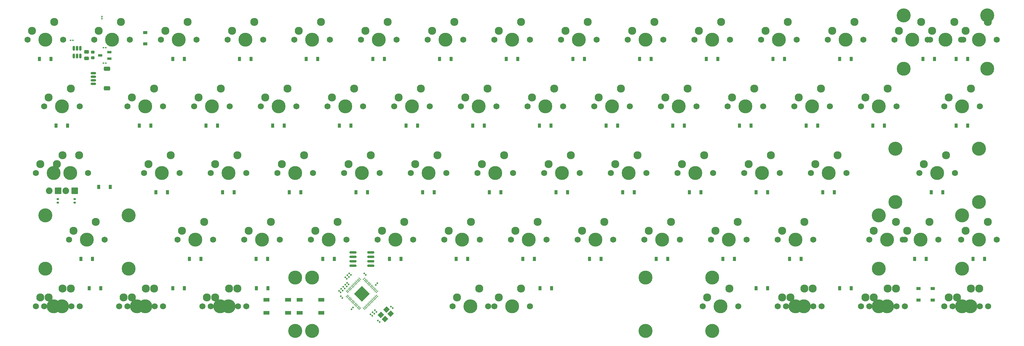
<source format=gbr>
%TF.GenerationSoftware,KiCad,Pcbnew,7.0.1*%
%TF.CreationDate,2023-03-31T22:15:08-04:00*%
%TF.ProjectId,PCB,5043422e-6b69-4636-9164-5f7063625858,rev?*%
%TF.SameCoordinates,Original*%
%TF.FileFunction,Soldermask,Bot*%
%TF.FilePolarity,Negative*%
%FSLAX46Y46*%
G04 Gerber Fmt 4.6, Leading zero omitted, Abs format (unit mm)*
G04 Created by KiCad (PCBNEW 7.0.1) date 2023-03-31 22:15:08*
%MOMM*%
%LPD*%
G01*
G04 APERTURE LIST*
G04 Aperture macros list*
%AMRoundRect*
0 Rectangle with rounded corners*
0 $1 Rounding radius*
0 $2 $3 $4 $5 $6 $7 $8 $9 X,Y pos of 4 corners*
0 Add a 4 corners polygon primitive as box body*
4,1,4,$2,$3,$4,$5,$6,$7,$8,$9,$2,$3,0*
0 Add four circle primitives for the rounded corners*
1,1,$1+$1,$2,$3*
1,1,$1+$1,$4,$5*
1,1,$1+$1,$6,$7*
1,1,$1+$1,$8,$9*
0 Add four rect primitives between the rounded corners*
20,1,$1+$1,$2,$3,$4,$5,0*
20,1,$1+$1,$4,$5,$6,$7,0*
20,1,$1+$1,$6,$7,$8,$9,0*
20,1,$1+$1,$8,$9,$2,$3,0*%
%AMRotRect*
0 Rectangle, with rotation*
0 The origin of the aperture is its center*
0 $1 length*
0 $2 width*
0 $3 Rotation angle, in degrees counterclockwise*
0 Add horizontal line*
21,1,$1,$2,0,0,$3*%
G04 Aperture macros list end*
%ADD10RoundRect,0.243750X-0.456250X0.243750X-0.456250X-0.243750X0.456250X-0.243750X0.456250X0.243750X0*%
%ADD11C,1.750000*%
%ADD12C,3.987800*%
%ADD13C,2.300000*%
%ADD14RoundRect,0.285750X-0.666750X-0.666750X0.666750X-0.666750X0.666750X0.666750X-0.666750X0.666750X0*%
%ADD15C,1.905000*%
%ADD16C,4.000000*%
%ADD17RoundRect,0.050000X0.238649X0.309359X-0.309359X-0.238649X-0.238649X-0.309359X0.309359X0.238649X0*%
%ADD18RoundRect,0.050000X-0.238649X0.309359X-0.309359X0.238649X0.238649X-0.309359X0.309359X-0.238649X0*%
%ADD19RotRect,3.200000X3.200000X225.000000*%
%ADD20RoundRect,0.100000X0.162635X-0.021213X-0.021213X0.162635X-0.162635X0.021213X0.021213X-0.162635X0*%
%ADD21R,0.900000X1.200000*%
%ADD22R,1.200000X0.900000*%
%ADD23RoundRect,0.150000X0.150000X-0.512500X0.150000X0.512500X-0.150000X0.512500X-0.150000X-0.512500X0*%
%ADD24RoundRect,0.150000X-0.625000X0.150000X-0.625000X-0.150000X0.625000X-0.150000X0.625000X0.150000X0*%
%ADD25RoundRect,0.250000X-0.650000X0.350000X-0.650000X-0.350000X0.650000X-0.350000X0.650000X0.350000X0*%
%ADD26RoundRect,0.100000X0.021213X0.162635X-0.162635X-0.021213X-0.021213X-0.162635X0.162635X0.021213X0*%
%ADD27R,1.800000X1.100000*%
%ADD28RoundRect,0.100000X-0.100000X0.130000X-0.100000X-0.130000X0.100000X-0.130000X0.100000X0.130000X0*%
%ADD29RoundRect,0.100000X-0.130000X-0.100000X0.130000X-0.100000X0.130000X0.100000X-0.130000X0.100000X0*%
%ADD30RotRect,1.400000X1.200000X45.000000*%
%ADD31RoundRect,0.135000X-0.185000X0.135000X-0.185000X-0.135000X0.185000X-0.135000X0.185000X0.135000X0*%
%ADD32R,1.220000X0.650000*%
%ADD33RoundRect,0.100000X-0.162635X0.021213X0.021213X-0.162635X0.162635X-0.021213X-0.021213X0.162635X0*%
%ADD34RoundRect,0.100000X0.130000X0.100000X-0.130000X0.100000X-0.130000X-0.100000X0.130000X-0.100000X0*%
%ADD35RoundRect,0.162500X0.825000X0.162500X-0.825000X0.162500X-0.825000X-0.162500X0.825000X-0.162500X0*%
%ADD36RoundRect,0.100000X-0.021213X-0.162635X0.162635X0.021213X0.021213X0.162635X-0.162635X-0.021213X0*%
%ADD37RoundRect,0.218750X0.256250X-0.218750X0.256250X0.218750X-0.256250X0.218750X-0.256250X-0.218750X0*%
G04 APERTURE END LIST*
D10*
%TO.C,F1*%
X39150000Y-31622500D03*
X39150000Y-33497500D03*
%TD*%
D11*
%TO.C,SW44*%
X84171250Y-85296250D03*
D12*
X89251250Y-85296250D03*
D11*
X94331250Y-85296250D03*
D13*
X85441250Y-82756250D03*
X91791250Y-80216250D03*
%TD*%
D11*
%TO.C,SW49*%
X179421250Y-85296250D03*
D12*
X184501250Y-85296250D03*
D11*
X189581250Y-85296250D03*
D13*
X180691250Y-82756250D03*
X187041250Y-80216250D03*
%TD*%
D11*
%TO.C,SW41*%
X277052500Y-66246250D03*
D12*
X282132500Y-66246250D03*
D11*
X287212500Y-66246250D03*
D13*
X278322500Y-63706250D03*
X284672500Y-61166250D03*
%TD*%
D11*
%TO.C,SW2*%
X41308750Y-28146250D03*
D12*
X46388750Y-28146250D03*
D11*
X51468750Y-28146250D03*
D13*
X42578750Y-25606250D03*
X48928750Y-23066250D03*
%TD*%
D11*
%TO.C,SW64*%
X74646250Y-104346250D03*
D12*
X79726250Y-104346250D03*
D11*
X84806250Y-104346250D03*
D13*
X75916250Y-101806250D03*
X82266250Y-99266250D03*
%TD*%
D11*
%TO.C,SW56*%
X72265000Y-104346250D03*
D12*
X77345000Y-104346250D03*
D11*
X82425000Y-104346250D03*
D13*
X73535000Y-101806250D03*
X79885000Y-99266250D03*
%TD*%
D11*
%TO.C,SW25*%
X222283750Y-47196250D03*
D12*
X227363750Y-47196250D03*
D11*
X232443750Y-47196250D03*
D13*
X223553750Y-44656250D03*
X229903750Y-42116250D03*
%TD*%
D11*
%TO.C,SW58*%
X215140000Y-104346250D03*
D12*
X220220000Y-104346250D03*
D11*
X225300000Y-104346250D03*
D13*
X216410000Y-101806250D03*
X222760000Y-99266250D03*
%TD*%
D11*
%TO.C,SW47*%
X141321250Y-85296250D03*
D12*
X146401250Y-85296250D03*
D11*
X151481250Y-85296250D03*
D13*
X142591250Y-82756250D03*
X148941250Y-80216250D03*
%TD*%
D11*
%TO.C,SW24*%
X203233750Y-47196250D03*
D12*
X208313750Y-47196250D03*
D11*
X213393750Y-47196250D03*
D13*
X204503750Y-44656250D03*
X210853750Y-42116250D03*
%TD*%
D11*
%TO.C,SW4*%
X79408750Y-28146250D03*
D12*
X84488750Y-28146250D03*
D11*
X89568750Y-28146250D03*
D13*
X80678750Y-25606250D03*
X87028750Y-23066250D03*
%TD*%
D11*
%TO.C,SW67*%
X260383750Y-104346250D03*
D12*
X265463750Y-104346250D03*
D11*
X270543750Y-104346250D03*
D13*
X261653750Y-101806250D03*
X268003750Y-99266250D03*
%TD*%
D11*
%TO.C,SW53*%
X272290000Y-85296250D03*
D12*
X277370000Y-85296250D03*
D11*
X282450000Y-85296250D03*
D13*
X273560000Y-82756250D03*
X279910000Y-80216250D03*
%TD*%
D11*
%TO.C,SW13*%
X250858750Y-28146250D03*
D12*
X255938750Y-28146250D03*
D11*
X261018750Y-28146250D03*
D13*
X252128750Y-25606250D03*
X258478750Y-23066250D03*
%TD*%
D11*
%TO.C,SW43*%
X65121250Y-85296250D03*
D12*
X70201250Y-85296250D03*
D11*
X75281250Y-85296250D03*
D13*
X66391250Y-82756250D03*
X72741250Y-80216250D03*
%TD*%
D11*
%TO.C,SW74*%
X262719375Y-85296250D03*
D12*
X267799375Y-85296250D03*
D11*
X272879375Y-85296250D03*
D13*
X263989375Y-82756250D03*
X270339375Y-80216250D03*
%TD*%
D11*
%TO.C,SW8*%
X155608750Y-28146250D03*
D12*
X160688750Y-28146250D03*
D11*
X165768750Y-28146250D03*
D13*
X156878750Y-25606250D03*
X163228750Y-23066250D03*
%TD*%
D11*
%TO.C,SW45*%
X103221250Y-85296250D03*
D12*
X108301250Y-85296250D03*
D11*
X113381250Y-85296250D03*
D13*
X104491250Y-82756250D03*
X110841250Y-80216250D03*
%TD*%
D11*
%TO.C,SW59*%
X262765000Y-104346250D03*
D12*
X267845000Y-104346250D03*
D11*
X272925000Y-104346250D03*
D13*
X264035000Y-101806250D03*
X270385000Y-99266250D03*
%TD*%
D11*
%TO.C,SW26*%
X241333750Y-47196250D03*
D12*
X246413750Y-47196250D03*
D11*
X251493750Y-47196250D03*
D13*
X242603750Y-44656250D03*
X248953750Y-42116250D03*
%TD*%
D11*
%TO.C,SW68*%
X284196250Y-104346250D03*
D12*
X289276250Y-104346250D03*
D11*
X294356250Y-104346250D03*
D13*
X285466250Y-101806250D03*
X291816250Y-99266250D03*
%TD*%
D11*
%TO.C,SW23*%
X184183750Y-47196250D03*
D12*
X189263750Y-47196250D03*
D11*
X194343750Y-47196250D03*
D13*
X185453750Y-44656250D03*
X191803750Y-42116250D03*
%TD*%
D11*
%TO.C,SW31*%
X74646250Y-66246250D03*
D12*
X79726250Y-66246250D03*
D11*
X84806250Y-66246250D03*
D13*
X75916250Y-63706250D03*
X82266250Y-61166250D03*
%TD*%
D11*
%TO.C,SW33*%
X112746250Y-66246250D03*
D12*
X117826250Y-66246250D03*
D11*
X122906250Y-66246250D03*
D13*
X114016250Y-63706250D03*
X120366250Y-61166250D03*
%TD*%
D11*
%TO.C,SW29*%
X29402500Y-66246250D03*
D12*
X34482500Y-66246250D03*
D11*
X39562500Y-66246250D03*
D13*
X30672500Y-63706250D03*
X37022500Y-61166250D03*
%TD*%
D11*
%TO.C,SW52*%
X236571250Y-85296250D03*
D12*
X241651250Y-85296250D03*
D11*
X246731250Y-85296250D03*
D13*
X237841250Y-82756250D03*
X244191250Y-80216250D03*
%TD*%
D11*
%TO.C,SW69*%
X24640000Y-66246250D03*
D12*
X29720000Y-66246250D03*
D11*
X34800000Y-66246250D03*
D13*
X25910000Y-63706250D03*
X32260000Y-61166250D03*
%TD*%
D11*
%TO.C,SW9*%
X174658750Y-28146250D03*
D12*
X179738750Y-28146250D03*
D11*
X184818750Y-28146250D03*
D13*
X175928750Y-25606250D03*
X182278750Y-23066250D03*
%TD*%
D11*
%TO.C,SW75*%
X288958750Y-85296250D03*
D12*
X294038750Y-85296250D03*
D11*
X299118750Y-85296250D03*
D13*
X290228750Y-82756250D03*
X296578750Y-80216250D03*
%TD*%
D11*
%TO.C,SW19*%
X107983750Y-47196250D03*
D12*
X113063750Y-47196250D03*
D11*
X118143750Y-47196250D03*
D13*
X109253750Y-44656250D03*
X115603750Y-42116250D03*
%TD*%
D11*
%TO.C,SW5*%
X98458750Y-28146250D03*
D12*
X103538750Y-28146250D03*
D11*
X108618750Y-28146250D03*
D13*
X99728750Y-25606250D03*
X106078750Y-23066250D03*
%TD*%
D11*
%TO.C,SW62*%
X27021250Y-104346250D03*
D12*
X32101250Y-104346250D03*
D11*
X37181250Y-104346250D03*
D13*
X28291250Y-101806250D03*
X34641250Y-99266250D03*
%TD*%
D11*
%TO.C,SW16*%
X50833750Y-47196250D03*
D12*
X55913750Y-47196250D03*
D11*
X60993750Y-47196250D03*
D13*
X52103750Y-44656250D03*
X58453750Y-42116250D03*
%TD*%
D11*
%TO.C,SW1*%
X22258750Y-28146250D03*
D12*
X27338750Y-28146250D03*
D11*
X32418750Y-28146250D03*
D13*
X23528750Y-25606250D03*
X29878750Y-23066250D03*
%TD*%
D11*
%TO.C,SW3*%
X60358750Y-28146250D03*
D12*
X65438750Y-28146250D03*
D11*
X70518750Y-28146250D03*
D13*
X61628750Y-25606250D03*
X67978750Y-23066250D03*
%TD*%
D11*
%TO.C,SW51*%
X217521250Y-85296250D03*
D12*
X222601250Y-85296250D03*
D11*
X227681250Y-85296250D03*
D13*
X218791250Y-82756250D03*
X225141250Y-80216250D03*
%TD*%
D14*
%TO.C,D65*%
X35752500Y-71326250D03*
D15*
X33212500Y-71326250D03*
%TD*%
D11*
%TO.C,SW32*%
X93696250Y-66246250D03*
D12*
X98776250Y-66246250D03*
D11*
X103856250Y-66246250D03*
D13*
X94966250Y-63706250D03*
X101316250Y-61166250D03*
%TD*%
D16*
%TO.C,S6*%
X217838750Y-111331250D03*
D12*
X217838750Y-96091250D03*
D16*
X103538750Y-111331250D03*
D12*
X103538750Y-96091250D03*
%TD*%
D11*
%TO.C,SW42*%
X34165000Y-85296250D03*
D12*
X39245000Y-85296250D03*
D11*
X44325000Y-85296250D03*
D13*
X35435000Y-82756250D03*
X41785000Y-80216250D03*
%TD*%
D11*
%TO.C,SW12*%
X231808750Y-28146250D03*
D12*
X236888750Y-28146250D03*
D11*
X241968750Y-28146250D03*
D13*
X233078750Y-25606250D03*
X239428750Y-23066250D03*
%TD*%
D11*
%TO.C,SW15*%
X27021250Y-47196250D03*
D12*
X32101250Y-47196250D03*
D11*
X37181250Y-47196250D03*
D13*
X28291250Y-44656250D03*
X34641250Y-42116250D03*
%TD*%
D11*
%TO.C,SW18*%
X88933750Y-47196250D03*
D12*
X94013750Y-47196250D03*
D11*
X99093750Y-47196250D03*
D13*
X90203750Y-44656250D03*
X96553750Y-42116250D03*
%TD*%
D11*
%TO.C,SW20*%
X127033750Y-47196250D03*
D12*
X132113750Y-47196250D03*
D11*
X137193750Y-47196250D03*
D13*
X128303750Y-44656250D03*
X134653750Y-42116250D03*
%TD*%
D11*
%TO.C,SW11*%
X212758750Y-28146250D03*
D12*
X217838750Y-28146250D03*
D11*
X222918750Y-28146250D03*
D13*
X214028750Y-25606250D03*
X220378750Y-23066250D03*
%TD*%
D11*
%TO.C,SW30*%
X55596250Y-66246250D03*
D12*
X60676250Y-66246250D03*
D11*
X65756250Y-66246250D03*
D13*
X56866250Y-63706250D03*
X63216250Y-61166250D03*
%TD*%
D11*
%TO.C,SW17*%
X69883750Y-47196250D03*
D12*
X74963750Y-47196250D03*
D11*
X80043750Y-47196250D03*
D13*
X71153750Y-44656250D03*
X77503750Y-42116250D03*
%TD*%
D16*
%TO.C,S3*%
X265463750Y-78311250D03*
D12*
X265463750Y-93551250D03*
D16*
X289276250Y-78311250D03*
D12*
X289276250Y-93551250D03*
%TD*%
D11*
%TO.C,SW10*%
X193708750Y-28146250D03*
D12*
X198788750Y-28146250D03*
D11*
X203868750Y-28146250D03*
D13*
X194978750Y-25606250D03*
X201328750Y-23066250D03*
%TD*%
D11*
%TO.C,SW48*%
X160371250Y-85296250D03*
D12*
X165451250Y-85296250D03*
D11*
X170531250Y-85296250D03*
D13*
X161641250Y-82756250D03*
X167991250Y-80216250D03*
%TD*%
D16*
%TO.C,S2*%
X27338750Y-78311250D03*
D12*
X27338750Y-93551250D03*
D16*
X51151250Y-78311250D03*
D12*
X51151250Y-93551250D03*
%TD*%
D11*
%TO.C,SW38*%
X207996250Y-66246250D03*
D12*
X213076250Y-66246250D03*
D11*
X218156250Y-66246250D03*
D13*
X209266250Y-63706250D03*
X215616250Y-61166250D03*
%TD*%
D11*
%TO.C,SW14*%
X279433750Y-28146250D03*
D12*
X284513750Y-28146250D03*
D11*
X289593750Y-28146250D03*
D13*
X280703750Y-25606250D03*
X287053750Y-23066250D03*
%TD*%
D11*
%TO.C,SW40*%
X246096250Y-66246250D03*
D12*
X251176250Y-66246250D03*
D11*
X256256250Y-66246250D03*
D13*
X247366250Y-63706250D03*
X253716250Y-61166250D03*
%TD*%
D11*
%TO.C,SW22*%
X165133750Y-47196250D03*
D12*
X170213750Y-47196250D03*
D11*
X175293750Y-47196250D03*
D13*
X166403750Y-44656250D03*
X172753750Y-42116250D03*
%TD*%
D11*
%TO.C,SW39*%
X227046250Y-66246250D03*
D12*
X232126250Y-66246250D03*
D11*
X237206250Y-66246250D03*
D13*
X228316250Y-63706250D03*
X234666250Y-61166250D03*
%TD*%
D11*
%TO.C,SW66*%
X236571250Y-104346250D03*
D12*
X241651250Y-104346250D03*
D11*
X246731250Y-104346250D03*
D13*
X237841250Y-101806250D03*
X244191250Y-99266250D03*
%TD*%
D11*
%TO.C,SW60*%
X286577500Y-104346250D03*
D12*
X291657500Y-104346250D03*
D11*
X296737500Y-104346250D03*
D13*
X287847500Y-101806250D03*
X294197500Y-99266250D03*
%TD*%
D16*
%TO.C,S4*%
X270226250Y-59261250D03*
D12*
X270226250Y-74501250D03*
D16*
X294038750Y-59261250D03*
D12*
X294038750Y-74501250D03*
%TD*%
D11*
%TO.C,SW7*%
X136558750Y-28146250D03*
D12*
X141638750Y-28146250D03*
D11*
X146718750Y-28146250D03*
D13*
X137828750Y-25606250D03*
X144178750Y-23066250D03*
%TD*%
D11*
%TO.C,SW37*%
X188946250Y-66246250D03*
D12*
X194026250Y-66246250D03*
D11*
X199106250Y-66246250D03*
D13*
X190216250Y-63706250D03*
X196566250Y-61166250D03*
%TD*%
D11*
%TO.C,SW65*%
X155608750Y-104346250D03*
D12*
X160688750Y-104346250D03*
D11*
X165768750Y-104346250D03*
D13*
X156878750Y-101806250D03*
X163228750Y-99266250D03*
%TD*%
D11*
%TO.C,SW21*%
X146083750Y-47196250D03*
D12*
X151163750Y-47196250D03*
D11*
X156243750Y-47196250D03*
D13*
X147353750Y-44656250D03*
X153703750Y-42116250D03*
%TD*%
D11*
%TO.C,SW70*%
X288958750Y-28146250D03*
D12*
X294038750Y-28146250D03*
D11*
X299118750Y-28146250D03*
D13*
X290228750Y-25606250D03*
X296578750Y-23066250D03*
%TD*%
D11*
%TO.C,SW50*%
X198471250Y-85296250D03*
D12*
X203551250Y-85296250D03*
D11*
X208631250Y-85296250D03*
D13*
X199741250Y-82756250D03*
X206091250Y-80216250D03*
%TD*%
D11*
%TO.C,SW61*%
X238952500Y-104346250D03*
D12*
X244032500Y-104346250D03*
D11*
X249112500Y-104346250D03*
D13*
X240222500Y-101806250D03*
X246572500Y-99266250D03*
%TD*%
D11*
%TO.C,SW55*%
X48452500Y-104346250D03*
D12*
X53532500Y-104346250D03*
D11*
X58612500Y-104346250D03*
D13*
X49722500Y-101806250D03*
X56072500Y-99266250D03*
%TD*%
D11*
%TO.C,SW34*%
X131796250Y-66246250D03*
D12*
X136876250Y-66246250D03*
D11*
X141956250Y-66246250D03*
D13*
X133066250Y-63706250D03*
X139416250Y-61166250D03*
%TD*%
D11*
%TO.C,SW63*%
X50833750Y-104346250D03*
D12*
X55913750Y-104346250D03*
D11*
X60993750Y-104346250D03*
D13*
X52103750Y-101806250D03*
X58453750Y-99266250D03*
%TD*%
D11*
%TO.C,SW36*%
X169896250Y-66246250D03*
D12*
X174976250Y-66246250D03*
D11*
X180056250Y-66246250D03*
D13*
X171166250Y-63706250D03*
X177516250Y-61166250D03*
%TD*%
D16*
%TO.C,S1*%
X198788750Y-111331250D03*
D12*
X198788750Y-96091250D03*
D16*
X98776250Y-111331250D03*
D12*
X98776250Y-96091250D03*
%TD*%
D16*
%TO.C,S5*%
X272607500Y-21161250D03*
D12*
X272607500Y-36401250D03*
D16*
X296420000Y-21161250D03*
D12*
X296420000Y-36401250D03*
%TD*%
D11*
%TO.C,SW71*%
X269908750Y-28146250D03*
D12*
X274988750Y-28146250D03*
D11*
X280068750Y-28146250D03*
D13*
X271178750Y-25606250D03*
X277528750Y-23066250D03*
%TD*%
D11*
%TO.C,SW28*%
X284196250Y-47196250D03*
D12*
X289276250Y-47196250D03*
D11*
X294356250Y-47196250D03*
D13*
X285466250Y-44656250D03*
X291816250Y-42116250D03*
%TD*%
D11*
%TO.C,SW35*%
X150846250Y-66246250D03*
D12*
X155926250Y-66246250D03*
D11*
X161006250Y-66246250D03*
D13*
X152116250Y-63706250D03*
X158466250Y-61166250D03*
%TD*%
D11*
%TO.C,SW27*%
X260383750Y-47196250D03*
D12*
X265463750Y-47196250D03*
D11*
X270543750Y-47196250D03*
D13*
X261653750Y-44656250D03*
X268003750Y-42116250D03*
%TD*%
D11*
%TO.C,SW57*%
X143702500Y-104346250D03*
D12*
X148782500Y-104346250D03*
D11*
X153862500Y-104346250D03*
D13*
X144972500Y-101806250D03*
X151322500Y-99266250D03*
%TD*%
D14*
%TO.C,D64*%
X30990000Y-71326250D03*
D15*
X28450000Y-71326250D03*
%TD*%
D11*
%TO.C,SW46*%
X122271250Y-85296250D03*
D12*
X127351250Y-85296250D03*
D11*
X132431250Y-85296250D03*
D13*
X123541250Y-82756250D03*
X129891250Y-80216250D03*
%TD*%
D11*
%TO.C,SW54*%
X24640000Y-104346250D03*
D12*
X29720000Y-104346250D03*
D11*
X34800000Y-104346250D03*
D13*
X25910000Y-101806250D03*
X32260000Y-99266250D03*
%TD*%
D11*
%TO.C,SW6*%
X117508750Y-28146250D03*
D12*
X122588750Y-28146250D03*
D11*
X127668750Y-28146250D03*
D13*
X118778750Y-25606250D03*
X125128750Y-23066250D03*
%TD*%
D17*
%TO.C,U1*%
X118418452Y-96505218D03*
X118701295Y-96788061D03*
X118984137Y-97070903D03*
X119266980Y-97353746D03*
X119549823Y-97636589D03*
X119832665Y-97919431D03*
X120115508Y-98202274D03*
X120398351Y-98485117D03*
X120681194Y-98767960D03*
X120964036Y-99050802D03*
X121246879Y-99333645D03*
X121529722Y-99616488D03*
X121812564Y-99899330D03*
X122095407Y-100182173D03*
D18*
X122095407Y-101366577D03*
X121812564Y-101649420D03*
X121529722Y-101932262D03*
X121246879Y-102215105D03*
X120964036Y-102497948D03*
X120681194Y-102780790D03*
X120398351Y-103063633D03*
X120115508Y-103346476D03*
X119832665Y-103629319D03*
X119549823Y-103912161D03*
X119266980Y-104195004D03*
X118984137Y-104477847D03*
X118701295Y-104760689D03*
X118418452Y-105043532D03*
D17*
X117234048Y-105043532D03*
X116951205Y-104760689D03*
X116668363Y-104477847D03*
X116385520Y-104195004D03*
X116102677Y-103912161D03*
X115819835Y-103629319D03*
X115536992Y-103346476D03*
X115254149Y-103063633D03*
X114971306Y-102780790D03*
X114688464Y-102497948D03*
X114405621Y-102215105D03*
X114122778Y-101932262D03*
X113839936Y-101649420D03*
X113557093Y-101366577D03*
D18*
X113557093Y-100182173D03*
X113839936Y-99899330D03*
X114122778Y-99616488D03*
X114405621Y-99333645D03*
X114688464Y-99050802D03*
X114971306Y-98767960D03*
X115254149Y-98485117D03*
X115536992Y-98202274D03*
X115819835Y-97919431D03*
X116102677Y-97636589D03*
X116385520Y-97353746D03*
X116668363Y-97070903D03*
X116951205Y-96788061D03*
X117234048Y-96505218D03*
D19*
X117826250Y-100774375D03*
%TD*%
D20*
%TO.C,C16*%
X114635024Y-95387524D03*
X114182476Y-94934976D03*
%TD*%
D21*
%TO.C,D43*%
X40849375Y-90820625D03*
X37549375Y-90820625D03*
%TD*%
%TO.C,D42*%
X283736875Y-71770625D03*
X280436875Y-71770625D03*
%TD*%
%TO.C,D20*%
X114668125Y-52720625D03*
X111368125Y-52720625D03*
%TD*%
%TO.C,D31*%
X62280625Y-71770625D03*
X58980625Y-71770625D03*
%TD*%
D20*
%TO.C,C10*%
X113519338Y-96503209D03*
X113066790Y-96050661D03*
%TD*%
D21*
%TO.C,D54*%
X278974375Y-90820625D03*
X275674375Y-90820625D03*
%TD*%
%TO.C,D11*%
X200393125Y-33670625D03*
X197093125Y-33670625D03*
%TD*%
%TO.C,D33*%
X100380625Y-71770625D03*
X97080625Y-71770625D03*
%TD*%
%TO.C,D17*%
X57518125Y-52720625D03*
X54218125Y-52720625D03*
%TD*%
%TO.C,D52*%
X224205625Y-90820625D03*
X220905625Y-90820625D03*
%TD*%
%TO.C,D13*%
X238493125Y-33670625D03*
X235193125Y-33670625D03*
%TD*%
D20*
%TO.C,C6*%
X112235024Y-101937524D03*
X111782476Y-101484976D03*
%TD*%
D21*
%TO.C,D6*%
X105143125Y-33670625D03*
X101843125Y-33670625D03*
%TD*%
%TO.C,D15*%
X290880625Y-33670625D03*
X287580625Y-33670625D03*
%TD*%
%TO.C,D45*%
X90855625Y-90820625D03*
X87555625Y-90820625D03*
%TD*%
D22*
%TO.C,D62*%
X280830750Y-99267250D03*
X280830750Y-102567250D03*
%TD*%
D21*
%TO.C,D29*%
X290880625Y-52720625D03*
X287580625Y-52720625D03*
%TD*%
D23*
%TO.C,U3*%
X37366875Y-32838750D03*
X36416875Y-32838750D03*
X35466875Y-32838750D03*
X35466875Y-30563750D03*
X36416875Y-30563750D03*
X37366875Y-30563750D03*
%TD*%
D24*
%TO.C,J2*%
X41106875Y-37744375D03*
X41106875Y-38744375D03*
X41106875Y-39744375D03*
X41106875Y-40744375D03*
D25*
X44981875Y-36444375D03*
X44981875Y-42044375D03*
%TD*%
D21*
%TO.C,D57*%
X90964750Y-99155000D03*
X87664750Y-99155000D03*
%TD*%
%TO.C,D12*%
X219443125Y-33670625D03*
X216143125Y-33670625D03*
%TD*%
%TO.C,D1*%
X281355625Y-33670625D03*
X278055625Y-33670625D03*
%TD*%
D20*
%TO.C,R3*%
X121965024Y-105917524D03*
X121512476Y-105464976D03*
%TD*%
D21*
%TO.C,D63*%
X292388750Y-90820625D03*
X295688750Y-90820625D03*
%TD*%
%TO.C,D27*%
X248018125Y-52720625D03*
X244718125Y-52720625D03*
%TD*%
%TO.C,D5*%
X86093125Y-33670625D03*
X82793125Y-33670625D03*
%TD*%
D26*
%TO.C,C11*%
X115275024Y-104714976D03*
X114822476Y-105167524D03*
%TD*%
D21*
%TO.C,D28*%
X267068125Y-52720625D03*
X263768125Y-52720625D03*
%TD*%
%TO.C,D50*%
X186105625Y-90820625D03*
X182805625Y-90820625D03*
%TD*%
D27*
%TO.C,SW73*%
X96708750Y-102491250D03*
X90508750Y-102491250D03*
X96708750Y-106191250D03*
X90508750Y-106191250D03*
%TD*%
D20*
%TO.C,C5*%
X114085024Y-95937524D03*
X113632476Y-95484976D03*
%TD*%
D28*
%TO.C,R4*%
X43508750Y-21531250D03*
X43508750Y-22171250D03*
%TD*%
D21*
%TO.C,D21*%
X133718125Y-52720625D03*
X130418125Y-52720625D03*
%TD*%
%TO.C,D51*%
X205155625Y-90820625D03*
X201855625Y-90820625D03*
%TD*%
%TO.C,D56*%
X67043125Y-99155000D03*
X63743125Y-99155000D03*
%TD*%
D20*
%TO.C,C4*%
X118905024Y-95377524D03*
X118452476Y-94924976D03*
%TD*%
D29*
%TO.C,C13*%
X43988750Y-30411250D03*
X44628750Y-30411250D03*
%TD*%
D21*
%TO.C,D55*%
X43230625Y-99155000D03*
X39930625Y-99155000D03*
%TD*%
%TO.C,D38*%
X195630625Y-71770625D03*
X192330625Y-71770625D03*
%TD*%
D30*
%TO.C,Y1*%
X123229892Y-106788027D03*
X124785527Y-105232392D03*
X125987608Y-106434473D03*
X124431973Y-107990108D03*
%TD*%
D31*
%TO.C,R7*%
X35770000Y-73680000D03*
X35770000Y-74700000D03*
%TD*%
D32*
%TO.C,U4*%
X45618750Y-31661250D03*
X45618750Y-33561250D03*
X42998750Y-32611250D03*
%TD*%
D22*
%TO.C,D61*%
X276766750Y-99267250D03*
X276766750Y-102567250D03*
%TD*%
D21*
%TO.C,D7*%
X124193125Y-33670625D03*
X120893125Y-33670625D03*
%TD*%
%TO.C,D24*%
X190868125Y-52720625D03*
X187568125Y-52720625D03*
%TD*%
%TO.C,D32*%
X81330625Y-71770625D03*
X78030625Y-71770625D03*
%TD*%
%TO.C,D60*%
X257588750Y-99155000D03*
X254288750Y-99155000D03*
%TD*%
D33*
%TO.C,R1*%
X113542806Y-97664646D03*
X113995354Y-98117194D03*
%TD*%
D21*
%TO.C,D58*%
X171990750Y-99155000D03*
X168690750Y-99155000D03*
%TD*%
D20*
%TO.C,R2*%
X113465024Y-98647524D03*
X113012476Y-98194976D03*
%TD*%
%TO.C,C14*%
X112885024Y-99237524D03*
X112432476Y-98784976D03*
%TD*%
D21*
%TO.C,D14*%
X257543125Y-33670625D03*
X254243125Y-33670625D03*
%TD*%
%TO.C,D4*%
X67043125Y-33670625D03*
X63743125Y-33670625D03*
%TD*%
%TO.C,D18*%
X76568125Y-52720625D03*
X73268125Y-52720625D03*
%TD*%
%TO.C,D8*%
X143243125Y-33670625D03*
X139943125Y-33670625D03*
%TD*%
D33*
%TO.C,C12*%
X120282476Y-106584976D03*
X120735024Y-107037524D03*
%TD*%
D21*
%TO.C,D40*%
X233730625Y-71770625D03*
X230430625Y-71770625D03*
%TD*%
%TO.C,D59*%
X233712750Y-99155000D03*
X230412750Y-99155000D03*
%TD*%
D31*
%TO.C,R6*%
X30970000Y-73680000D03*
X30970000Y-74700000D03*
%TD*%
D34*
%TO.C,C15*%
X44628750Y-34811250D03*
X43988750Y-34811250D03*
%TD*%
D21*
%TO.C,D36*%
X157530625Y-71770625D03*
X154230625Y-71770625D03*
%TD*%
D27*
%TO.C,SW72*%
X106198750Y-102491250D03*
X99998750Y-102491250D03*
X106198750Y-106191250D03*
X99998750Y-106191250D03*
%TD*%
D21*
%TO.C,D48*%
X148005625Y-90820625D03*
X144705625Y-90820625D03*
%TD*%
%TO.C,D26*%
X228968125Y-52720625D03*
X225668125Y-52720625D03*
%TD*%
D33*
%TO.C,C1*%
X126132476Y-104384976D03*
X126585024Y-104837524D03*
%TD*%
D21*
%TO.C,D9*%
X162293125Y-33670625D03*
X158993125Y-33670625D03*
%TD*%
%TO.C,D34*%
X119430625Y-71770625D03*
X116130625Y-71770625D03*
%TD*%
D34*
%TO.C,R5*%
X35218750Y-28281250D03*
X34578750Y-28281250D03*
%TD*%
D21*
%TO.C,D47*%
X128955625Y-90820625D03*
X125655625Y-90820625D03*
%TD*%
D20*
%TO.C,C7*%
X111735024Y-100387524D03*
X111282476Y-99934976D03*
%TD*%
D21*
%TO.C,D46*%
X109905625Y-90820625D03*
X106605625Y-90820625D03*
%TD*%
%TO.C,D16*%
X33705625Y-52720625D03*
X30405625Y-52720625D03*
%TD*%
%TO.C,D35*%
X138480625Y-71770625D03*
X135180625Y-71770625D03*
%TD*%
%TO.C,D10*%
X181343125Y-33670625D03*
X178043125Y-33670625D03*
%TD*%
D33*
%TO.C,C2*%
X122382476Y-108384976D03*
X122835024Y-108837524D03*
%TD*%
D22*
%TO.C,D3*%
X55868125Y-29367500D03*
X55868125Y-26067500D03*
%TD*%
D21*
%TO.C,D25*%
X209918125Y-52720625D03*
X206618125Y-52720625D03*
%TD*%
%TO.C,D30*%
X45920000Y-70190000D03*
X42620000Y-70190000D03*
%TD*%
D35*
%TO.C,U2*%
X120318125Y-88915625D03*
X120318125Y-90185625D03*
X120318125Y-91455625D03*
X120318125Y-92725625D03*
X115243125Y-92725625D03*
X115243125Y-91455625D03*
X115243125Y-90185625D03*
X115243125Y-88915625D03*
%TD*%
D21*
%TO.C,D41*%
X252780625Y-71770625D03*
X249480625Y-71770625D03*
%TD*%
%TO.C,D53*%
X243255625Y-90820625D03*
X239955625Y-90820625D03*
%TD*%
%TO.C,D39*%
X214680625Y-71770625D03*
X211380625Y-71770625D03*
%TD*%
D36*
%TO.C,C8*%
X121782476Y-98217524D03*
X122235024Y-97764976D03*
%TD*%
D21*
%TO.C,D2*%
X28943125Y-33670625D03*
X25643125Y-33670625D03*
%TD*%
D20*
%TO.C,C3*%
X112300709Y-99821839D03*
X111848161Y-99369291D03*
%TD*%
D21*
%TO.C,D19*%
X95618125Y-52720625D03*
X92318125Y-52720625D03*
%TD*%
D37*
%TO.C,FB1*%
X40930000Y-33307500D03*
X40930000Y-31732500D03*
%TD*%
D21*
%TO.C,D23*%
X171818125Y-52720625D03*
X168518125Y-52720625D03*
%TD*%
%TO.C,D49*%
X167055625Y-90820625D03*
X163755625Y-90820625D03*
%TD*%
D33*
%TO.C,C9*%
X120882476Y-106034976D03*
X121335024Y-106487524D03*
%TD*%
D21*
%TO.C,D22*%
X152768125Y-52720625D03*
X149468125Y-52720625D03*
%TD*%
%TO.C,D37*%
X176580625Y-71770625D03*
X173280625Y-71770625D03*
%TD*%
%TO.C,D44*%
X71805625Y-90820625D03*
X68505625Y-90820625D03*
%TD*%
M02*

</source>
